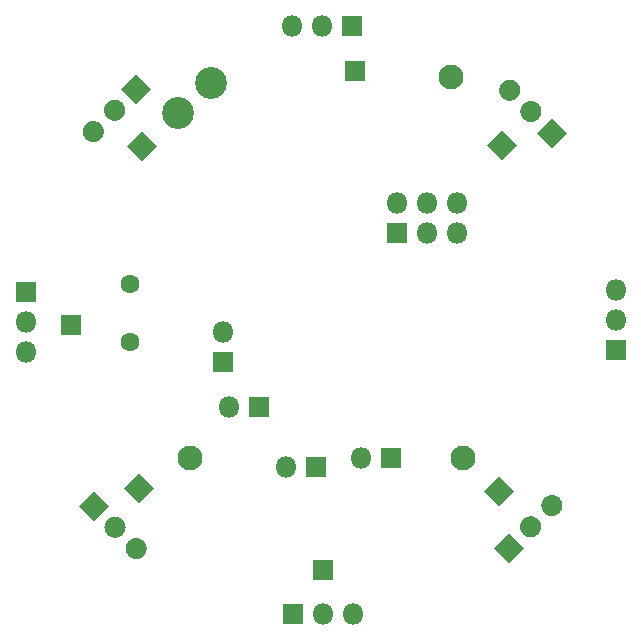
<source format=gbr>
%TF.GenerationSoftware,KiCad,Pcbnew,(5.1.6-0-10_14)*%
%TF.CreationDate,2021-08-24T22:52:38-05:00*%
%TF.ProjectId,led_lights,6c65645f-6c69-4676-9874-732e6b696361,rev?*%
%TF.SameCoordinates,Original*%
%TF.FileFunction,Soldermask,Bot*%
%TF.FilePolarity,Negative*%
%FSLAX46Y46*%
G04 Gerber Fmt 4.6, Leading zero omitted, Abs format (unit mm)*
G04 Created by KiCad (PCBNEW (5.1.6-0-10_14)) date 2021-08-24 22:52:38*
%MOMM*%
%LPD*%
G01*
G04 APERTURE LIST*
%ADD10C,0.100000*%
%ADD11R,1.800000X1.800000*%
%ADD12O,1.800000X1.800000*%
%ADD13C,2.100000*%
%ADD14C,1.600000*%
%ADD15C,2.700000*%
G04 APERTURE END LIST*
%TO.C,J12*%
G36*
G01*
X210600345Y130582447D02*
X210600345Y130582447D01*
G75*
G02*
X210600345Y129309655I-636396J-636396D01*
G01*
X210600345Y129309655D01*
G75*
G02*
X209327553Y129309655I-636396J636396D01*
G01*
X209327553Y129309655D01*
G75*
G02*
X209327553Y130582447I636396J636396D01*
G01*
X209327553Y130582447D01*
G75*
G02*
X210600345Y130582447I636396J-636396D01*
G01*
G37*
G36*
G01*
X212396396Y128786396D02*
X212396396Y128786396D01*
G75*
G02*
X212396396Y127513604I-636396J-636396D01*
G01*
X212396396Y127513604D01*
G75*
G02*
X211123604Y127513604I-636396J636396D01*
G01*
X211123604Y127513604D01*
G75*
G02*
X211123604Y128786396I636396J636396D01*
G01*
X211123604Y128786396D01*
G75*
G02*
X212396396Y128786396I636396J-636396D01*
G01*
G37*
D10*
G36*
X213556051Y127626741D02*
G01*
X214828843Y126353949D01*
X213556051Y125081157D01*
X212283259Y126353949D01*
X213556051Y127626741D01*
G37*
%TD*%
D11*
%TO.C,J11*%
X196596000Y135382000D03*
D12*
X194056000Y135382000D03*
X191516000Y135382000D03*
%TD*%
D10*
%TO.C,J10*%
G36*
X177035208Y130048000D02*
G01*
X178308000Y131320792D01*
X179580792Y130048000D01*
X178308000Y128775208D01*
X177035208Y130048000D01*
G37*
G36*
G01*
X175875553Y128888345D02*
X175875553Y128888345D01*
G75*
G02*
X177148345Y128888345I636396J-636396D01*
G01*
X177148345Y128888345D01*
G75*
G02*
X177148345Y127615553I-636396J-636396D01*
G01*
X177148345Y127615553D01*
G75*
G02*
X175875553Y127615553I-636396J636396D01*
G01*
X175875553Y127615553D01*
G75*
G02*
X175875553Y128888345I636396J636396D01*
G01*
G37*
G36*
G01*
X174079502Y127092294D02*
X174079502Y127092294D01*
G75*
G02*
X175352294Y127092294I636396J-636396D01*
G01*
X175352294Y127092294D01*
G75*
G02*
X175352294Y125819502I-636396J-636396D01*
G01*
X175352294Y125819502D01*
G75*
G02*
X174079502Y125819502I-636396J636396D01*
G01*
X174079502Y125819502D01*
G75*
G02*
X174079502Y127092294I636396J636396D01*
G01*
G37*
%TD*%
D12*
%TO.C,J7*%
X169006000Y107790000D03*
X169006000Y110330000D03*
D11*
X169006000Y112870000D03*
%TD*%
%TO.C,J4*%
G36*
G01*
X177707706Y90513502D02*
X177707706Y90513502D01*
G75*
G02*
X177707706Y91786294I636396J636396D01*
G01*
X177707706Y91786294D01*
G75*
G02*
X178980498Y91786294I636396J-636396D01*
G01*
X178980498Y91786294D01*
G75*
G02*
X178980498Y90513502I-636396J-636396D01*
G01*
X178980498Y90513502D01*
G75*
G02*
X177707706Y90513502I-636396J636396D01*
G01*
G37*
G36*
G01*
X175911655Y92309553D02*
X175911655Y92309553D01*
G75*
G02*
X175911655Y93582345I636396J636396D01*
G01*
X175911655Y93582345D01*
G75*
G02*
X177184447Y93582345I636396J-636396D01*
G01*
X177184447Y93582345D01*
G75*
G02*
X177184447Y92309553I-636396J-636396D01*
G01*
X177184447Y92309553D01*
G75*
G02*
X175911655Y92309553I-636396J636396D01*
G01*
G37*
D10*
G36*
X174752000Y93469208D02*
G01*
X173479208Y94742000D01*
X174752000Y96014792D01*
X176024792Y94742000D01*
X174752000Y93469208D01*
G37*
%TD*%
%TO.C,J1*%
G36*
G01*
X214168498Y94155706D02*
X214168498Y94155706D01*
G75*
G02*
X212895706Y94155706I-636396J636396D01*
G01*
X212895706Y94155706D01*
G75*
G02*
X212895706Y95428498I636396J636396D01*
G01*
X212895706Y95428498D01*
G75*
G02*
X214168498Y95428498I636396J-636396D01*
G01*
X214168498Y95428498D01*
G75*
G02*
X214168498Y94155706I-636396J-636396D01*
G01*
G37*
G36*
G01*
X212372447Y92359655D02*
X212372447Y92359655D01*
G75*
G02*
X211099655Y92359655I-636396J636396D01*
G01*
X211099655Y92359655D01*
G75*
G02*
X211099655Y93632447I636396J636396D01*
G01*
X211099655Y93632447D01*
G75*
G02*
X212372447Y93632447I636396J-636396D01*
G01*
X212372447Y93632447D01*
G75*
G02*
X212372447Y92359655I-636396J-636396D01*
G01*
G37*
G36*
X211212792Y91200000D02*
G01*
X209940000Y89927208D01*
X208667208Y91200000D01*
X209940000Y92472792D01*
X211212792Y91200000D01*
G37*
%TD*%
D11*
%TO.C,J3*%
X191580000Y85598000D03*
D12*
X194120000Y85598000D03*
X196660000Y85598000D03*
%TD*%
%TO.C,J8*%
X218948000Y113030000D03*
X218948000Y110490000D03*
D11*
X218948000Y107950000D03*
%TD*%
D13*
%TO.C,H2*%
X204978000Y131064000D03*
%TD*%
%TO.C,H3*%
X205994000Y98806000D03*
%TD*%
%TO.C,H4*%
X182880000Y98806000D03*
%TD*%
D12*
%TO.C,J5*%
X191008000Y98044000D03*
D11*
X193548000Y98044000D03*
%TD*%
%TO.C,J6*%
X199898000Y98806000D03*
D12*
X197358000Y98806000D03*
%TD*%
D11*
%TO.C,J23*%
X185674000Y106934000D03*
D12*
X185674000Y109474000D03*
%TD*%
%TO.C,J24*%
X186182000Y103124000D03*
D11*
X188722000Y103124000D03*
%TD*%
D14*
%TO.C,Y2*%
X177800000Y113538000D03*
X177800000Y108658000D03*
%TD*%
D10*
%TO.C,J13*%
G36*
X209042000Y97284792D02*
G01*
X210314792Y96012000D01*
X209042000Y94739208D01*
X207769208Y96012000D01*
X209042000Y97284792D01*
G37*
%TD*%
D11*
%TO.C,J14*%
X194150000Y89356000D03*
%TD*%
D10*
%TO.C,J15*%
G36*
X179834792Y96266000D02*
G01*
X178562000Y94993208D01*
X177289208Y96266000D01*
X178562000Y97538792D01*
X179834792Y96266000D01*
G37*
%TD*%
%TO.C,J16*%
G36*
X177543208Y125222000D02*
G01*
X178816000Y126494792D01*
X180088792Y125222000D01*
X178816000Y123949208D01*
X177543208Y125222000D01*
G37*
%TD*%
%TO.C,J17*%
G36*
X209340000Y126582792D02*
G01*
X210612792Y125310000D01*
X209340000Y124037208D01*
X208067208Y125310000D01*
X209340000Y126582792D01*
G37*
%TD*%
D11*
%TO.C,J18*%
X172816000Y110076000D03*
%TD*%
%TO.C,J19*%
X196850000Y131572000D03*
%TD*%
D15*
%TO.C,J2*%
X184658000Y130556000D03*
%TD*%
%TO.C,J9*%
X181864000Y128016000D03*
%TD*%
D11*
%TO.C,J21*%
X200406000Y117856000D03*
D12*
X200406000Y120396000D03*
X202946000Y117856000D03*
X202946000Y120396000D03*
X205486000Y117856000D03*
X205486000Y120396000D03*
%TD*%
M02*

</source>
